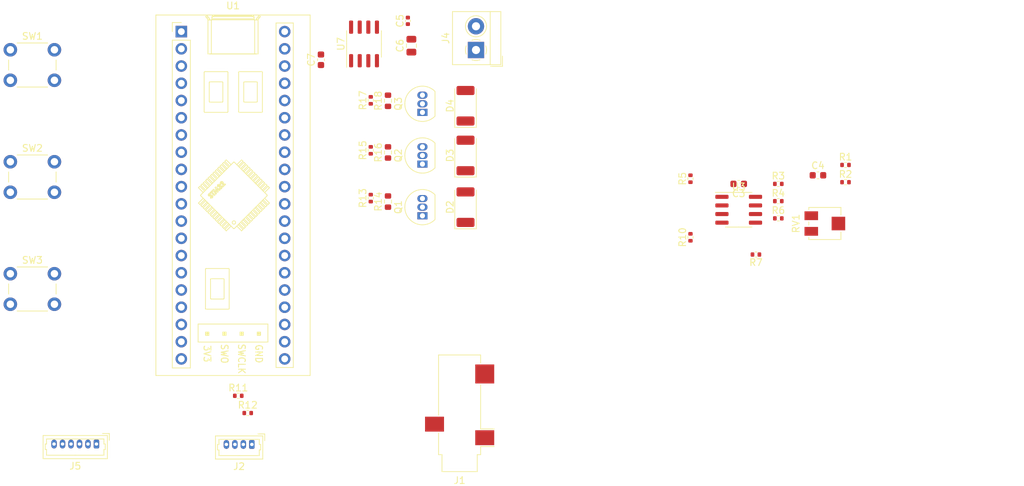
<source format=kicad_pcb>
(kicad_pcb (version 20221018) (generator pcbnew)
  (layers (0 "F.Cu" signal) (31 "B.Cu" signal) (34 "B.Paste" user) (35 "F.Paste" user) (36 "B.SilkS" user "B.Silkscreen") (37 "F.SilkS" user "F.Silkscreen") (38 "B.Mask" user) (39 "F.Mask" user) (44 "Edge.Cuts" user))
  (net 0 "")
  (net 1 "Net-(U7-CAP+)")
  (net 2 "Net-(U7-CAP-)")
  (net 3 "GND")
  (net 4 "+5V")
  (net 5 "-5V")
  (net 6 "Net-(D2-K)")
  (net 7 "Net-(J2-Pin_1)")
  (net 8 "Net-(J2-Pin_2)")
  (net 9 "Net-(D3-K)")
  (net 10 "Net-(Q1-B)")
  (net 11 "Net-(D4-K)")
  (net 12 "+3.3V")
  (net 13 "Net-(Q2-B)")
  (net 14 "Net-(Q3-B)")
  (net 15 "Net-(J1-PadR)")
  (net 16 "Net-(J1-PadS)")
  (net 18 "Net-(U3B--)")
  (net 19 "USART_TX")
  (net 20 "Net-(R3-Pad1)")
  (net 21 "USART_RX")
  (net 23 "Net-(Q1-E)")
  (net 24 "Net-(Q2-E)")
  (net 25 "Net-(Q3-E)")
  (net 26 "Net-(U3A--)")
  (net 27 "ADC_IN")
  (net 28 "Net-(R1-Pad2)")
  (net 29 "LED_1_R")
  (net 30 "LED_1_G")
  (net 31 "LED_1_B")
  (net 32 "LED_2_R")
  (net 33 "LED_2_G")
  (net 34 "LED_2_B")
  (net 35 "LED_3_R")
  (net 36 "LED_3_G")
  (net 37 "LED_3_B")
  (net 39 "BTN_A")
  (net 40 "BTN_B")
  (net 41 "BTN_C")
  (net 47 "I2C_SCL")
  (net 48 "I2C_SDA")
  (net 63 "Net-(R10-Pad2)")
  (footprint "Resistor_SMD:R_0402_1005Metric" (layer "F.Cu") (at 178.56 68.326)
    (fp_text reference "R3" (at 0 -1.17) (layer "F.SilkS"))
    (fp_text value "100k")
    (pad "1" smd roundrect (at -0.51 0) (size 0.54 0.64) (layers "F.Cu" "F.Paste" "F.Mask") (net 20 "Net-(R3-Pad1)"))
    (pad "2" smd roundrect (at 0.51 0) (size 0.54 0.64) (layers "F.Cu" "F.Paste" "F.Mask") (net 26 "Net-(U3A--)"))
  )
  (footprint "Connector_Molex:Molex_PicoBlade_53047-0410_1x04_P1.25mm_Vertical" (layer "F.Cu") (at 100.935 106.738 180)
    (fp_text reference "J2" (at 1.88 -3.25) (layer "F.SilkS"))
    (fp_text value "I2C_5V_01x04")
    (pad "1" thru_hole roundrect (at 0 0 180) (size 0.8 1.3) (drill 0.5) (layers "*.Cu" "*.Mask") (net 7 "Net-(J2-Pin_1)"))
    (pad "2" thru_hole oval (at 1.25 0 180) (size 0.8 1.3) (drill 0.5) (layers "*.Cu" "*.Mask") (net 8 "Net-(J2-Pin_2)"))
    (pad "3" thru_hole oval (at 2.5 0 180) (size 0.8 1.3) (drill 0.5) (layers "*.Cu" "*.Mask") (net 4 "+5V"))
    (pad "4" thru_hole oval (at 3.75 0 180) (size 0.8 1.3) (drill 0.5) (layers "*.Cu" "*.Mask") (net 3 "GND"))
  )
  (footprint "Resistor_SMD:R_0402_1005Metric" (layer "F.Cu") (at 118.47 63.375 90)
    (fp_text reference "R15" (at 0 -1.17 90) (layer "F.SilkS"))
    (fp_text value "10k")
    (pad "1" smd roundrect (at -0.51 0 90) (size 0.54 0.64) (layers "F.Cu" "F.Paste" "F.Mask") (net 30 "LED_1_G"))
    (pad "2" smd roundrect (at 0.51 0 90) (size 0.54 0.64) (layers "F.Cu" "F.Paste" "F.Mask") (net 13 "Net-(Q2-B)"))
  )
  (footprint "LED_SMD:LED_2010_5025Metric" (layer "F.Cu") (at 132.44 56.805 90)
    (fp_text reference "D4" (at 0 -2.28 90) (layer "F.SilkS"))
    (fp_text value "LED_B")
    (pad "1" smd roundrect (at -2.25 0 90) (size 1.35 2.65) (layers "F.Cu" "F.Paste" "F.Mask") (roundrect_rratio 0.185185) (net 11 "Net-(D4-K)"))
    (pad "2" smd roundrect (at 2.25 0 90) (size 1.35 2.65) (layers "F.Cu" "F.Paste" "F.Mask") (roundrect_rratio 0.185185) (net 12 "+3.3V"))
  )
  (footprint "Resistor_SMD:R_0402_1005Metric" (layer "F.Cu") (at 175.26 78.74 180)
    (fp_text reference "R7" (at 0 -1.17) (layer "F.SilkS"))
    (fp_text value "100k")
    (pad "1" smd roundrect (at -0.51 0 180) (size 0.54 0.64) (layers "F.Cu" "F.Paste" "F.Mask") (net 63 "Net-(R10-Pad2)"))
    (pad "2" smd roundrect (at 0.51 0 180) (size 0.54 0.64) (layers "F.Cu" "F.Paste" "F.Mask") (net 18 "Net-(U3B--)"))
  )
  (footprint "Resistor_SMD:R_0402_1005Metric" (layer "F.Cu") (at 100.33 102.108)
    (fp_text reference "R12" (at 0 -1.17) (layer "F.SilkS"))
    (fp_text value "10k")
    (pad "1" smd roundrect (at -0.51 0) (size 0.54 0.64) (layers "F.Cu" "F.Paste" "F.Mask") (net 4 "+5V"))
    (pad "2" smd roundrect (at 0.51 0) (size 0.54 0.64) (layers "F.Cu" "F.Paste" "F.Mask") (net 7 "Net-(J2-Pin_1)"))
  )
  (footprint "Connector_Molex:Molex_PicoBlade_53047-0610_1x06_P1.25mm_Vertical" (layer "F.Cu") (at 78.025 106.68 180)
    (fp_text reference "J5" (at 3.12 -3.25) (layer "F.SilkS"))
    (fp_text value "USART_Full_01x06")
    (pad "1" thru_hole roundrect (at 0 0 180) (size 0.8 1.3) (drill 0.5) (layers "*.Cu" "*.Mask"))
    (pad "2" thru_hole oval (at 1.25 0 180) (size 0.8 1.3) (drill 0.5) (layers "*.Cu" "*.Mask") (net 19 "USART_TX"))
    (pad "3" thru_hole oval (at 2.5 0 180) (size 0.8 1.3) (drill 0.5) (layers "*.Cu" "*.Mask") (net 21 "USART_RX"))
    (pad "4" thru_hole oval (at 3.75 0 180) (size 0.8 1.3) (drill 0.5) (layers "*.Cu" "*.Mask") (net 12 "+3.3V"))
    (pad "5" thru_hole oval (at 5 0 180) (size 0.8 1.3) (drill 0.5) (layers "*.Cu" "*.Mask"))
    (pad "6" thru_hole oval (at 6.25 0 180) (size 0.8 1.3) (drill 0.5) (layers "*.Cu" "*.Mask") (net 3 "GND"))
  )
  (footprint "Package_SO:SOIC-8_3.9x4.9mm_P1.27mm" (layer "F.Cu") (at 172.72 72.136)
    (fp_text reference "U3" (at 0 -3.4) (layer "F.SilkS"))
    (fp_text value "LM358")
    (pad "1" smd roundrect (at -2.475 -1.905) (size 1.95 0.6) (layers "F.Cu" "F.Paste" "F.Mask") (net 27 "ADC_IN"))
    (pad "2" smd roundrect (at -2.475 -0.635) (size 1.95 0.6) (layers "F.Cu" "F.Paste" "F.Mask") (net 26 "Net-(U3A--)"))
    (pad "3" smd roundrect (at -2.475 0.635) (size 1.95 0.6) (layers "F.Cu" "F.Paste" "F.Mask") (net 3 "GND"))
    (pad "4" smd roundrect (at -2.475 1.905) (size 1.95 0.6) (layers "F.Cu" "F.Paste" "F.Mask") (net 4 "+5V"))
    (pad "5" smd roundrect (at 2.475 1.905) (size 1.95 0.6) (layers "F.Cu" "F.Paste" "F.Mask") (net 3 "GND"))
    (pad "6" smd roundrect (at 2.475 0.635) (size 1.95 0.6) (layers "F.Cu" "F.Paste" "F.Mask") (net 18 "Net-(U3B--)"))
    (pad "7" smd roundrect (at 2.475 -0.635) (size 1.95 0.6) (layers "F.Cu" "F.Paste" "F.Mask") (net 20 "Net-(R3-Pad1)"))
    (pad "8" smd roundrect (at 2.475 -1.905) (size 1.95 0.6) (layers "F.Cu" "F.Paste" "F.Mask") (net 5 "-5V"))
  )
  (footprint "STM32-Devboards:BlackPill_F401CCU6" (layer "F.Cu") (at 90.54 45.87)
    (fp_text reference "U1" (at 7.62 -3.81) (layer "F.SilkS"))
    (fp_text value "BlackPill_F401CCU6_SORTED" hide)
    (fp_text user "GND" (at 11.43 47.498 270 unlocked) (layer "F.SilkS") (effects (font (size 1 0.9))))
    (fp_text user "3V3" (at 3.81 47.498 270 unlocked) (layer "F.SilkS") (effects (font (size 1 0.9))))
    (fp_text user "SWCLK" (at 8.89 48.26 270 unlocked) (layer "F.SilkS") (effects (font (size 1 0.9))))
    (fp_text user "SWO" (at 6.35 47.498 270 unlocked) (layer "F.SilkS") (effects (font (size 1 0.9))))
    (pad "1" thru_hole rect (at 0 0) (size 1.7 1.7) (drill 1) (layers "*.Cu" "*.Mask") (net 39 "BTN_A"))
    (pad "2" thru_hole circle (at 0 2.54) (size 1.7 1.7) (drill 1) (layers "*.Cu" "*.Mask") (net 40 "BTN_B"))
    (pad "3" thru_hole circle (at 0 5.08) (size 1.7 1.7) (drill 1) (layers "*.Cu" "*.Mask") (net 41 "BTN_C"))
    (pad "4" thru_hole circle (at 0 7.62) (size 1.7 1.7) (drill 1) (layers "*.Cu" "*.Mask"))
    (pad "5" thru_hole circle (at 0 10.16) (size 1.7 1.7) (drill 1) (layers "*.Cu" "*.Mask"))
    (pad "6" thru_hole circle (at 0 12.7) (size 1.7 1.7) (drill 1) (layers "*.Cu" "*.Mask") (net 19 "USART_TX"))
    (pad "7" thru_hole circle (at 0 15.24) (size 1.7 1.7) (drill 1) (layers "*.Cu" "*.Mask") (net 21 "USART_RX"))
    (pad "8" thru_hole circle (at 0 17.78) (size 1.7 1.7) (drill 1) (layers "*.Cu" "*.Mask"))
    (pad "9" thru_hole circle (at 0 20.32) (size 1.7 1.7) (drill 1) (layers "*.Cu" "*.Mask"))
    (pad "10" thru_hole circle (at 0 22.86) (size 1.7 1.7) (drill 1) (layers "*.Cu" "*.Mask") (net 32 "LED_2_R"))
    (pad "11" thru_hole circle (at 0 25.4) (size 1.7 1.7) (drill 1) (layers "*.Cu" "*.Mask") (net 33 "LED_2_G"))
    (pad "12" thru_hole circle (at 0 27.94) (size 1.7 1.7) (drill 1) (layers "*.Cu" "*.Mask") (net 35 "LED_3_R"))
    (pad "13" thru_hole circle (at 0 30.48) (size 1.7 1.7) (drill 1) (layers "*.Cu" "*.Mask") (net 36 "LED_3_G"))
    (pad "14" thru_hole circle (at 0 33.02) (size 1.7 1.7) (drill 1) (layers "*.Cu" "*.Mask") (net 37 "LED_3_B"))
    (pad "15" thru_hole circle (at 0 35.56) (size 1.7 1.7) (drill 1) (layers "*.Cu" "*.Mask"))
    (pad "16" thru_hole circle (at 0 38.1) (size 1.7 1.7) (drill 1) (layers "*.Cu" "*.Mask") (net 47 "I2C_SCL"))
    (pad "17" thru_hole circle (at 0 40.64) (size 1.7 1.7) (drill 1) (layers "*.Cu" "*.Mask") (net 48 "I2C_SDA"))
    (pad "18" thru_hole circle (at 0 43.18) (size 1.7 1.7) (drill 1) (layers "*.Cu" "*.Mask") (net 4 "+5V"))
    (pad "19" thru_hole circle (at 0 45.72) (size 1.7 1.7) (drill 1) (layers "*.Cu" "*.Mask") (net 3 "GND"))
    (pad "20" thru_hole circle (at 0 48.26) (size 1.7 1.7) (drill 1) (layers "*.Cu" "*.Mask") (net 12 "+3.3V"))
    (pad "21" thru_hole circle (at 15.24 48.26) (size 1.7 1.7) (drill 1) (layers "*.Cu" "*.Mask") (net 12 "+3.3V"))
    (pad "22" thru_hole circle (at 15.24 45.72) (size 1.7 1.7) (drill 1) (layers "*.Cu" "*.Mask"))
    (pad "23" thru_hole circle (at 15.24 43.18) (size 1.7 1.7) (drill 1) (layers "*.Cu" "*.Mask"))
    (pad "24" thru_hole circle (at 15.24 40.64) (size 1.7 1.7) (drill 1) (layers "*.Cu" "*.Mask"))
    (pad "25" thru_hole circle (at 15.24 38.1) (size 1.7 1.7) (drill 1) (layers "*.Cu" "*.Mask"))
    (pad "26" thru_hole circle (at 15.24 35.56) (size 1.7 1.7) (drill 1) (layers "*.Cu" "*.Mask"))
    (pad "27" thru_hole circle (at 15.24 33.02) (size 1.7 1.7) (drill 1) (layers "*.Cu" "*.Mask"))
    (pad "28" thru_hole circle (at 15.24 30.48) (size 1.7 1.7) (drill 1) (layers "*.Cu" "*.Mask") (net 27 "ADC_IN"))
    (pad "29" thru_hole circle (at 15.24 27.94) (size 1.7 1.7) (drill 1) (layers "*.Cu" "*.Mask") (net 29 "LED_1_R"))
    (pad "30" thru_hole circle (at 15.24 25.4) (size 1.7 1.7) (drill 1) (layers "*.Cu" "*.Mask"))
    (pad "31" thru_hole circle (at 15.24 22.86) (size 1.7 1.7) (drill 1) (layers "*.Cu" "*.Mask"))
    (pad "32" thru_hole circle (at 15.24 20.32) (size 1.7 1.7) (drill 1) (layers "*.Cu" "*.Mask"))
    (pad "33" thru_hole circle (at 15.24 17.78) (size 1.7 1.7) (drill 1) (layers "*.Cu" "*.Mask"))
    (pad "34" thru_hole circle (at 15.24 15.24) (size 1.7 1.7) (drill 1) (layers "*.Cu" "*.Mask") (net 30 "LED_1_G"))
    (pad "35" thru_hole circle (at 15.24 12.7) (size 1.7 1.7) (drill 1) (layers "*.Cu" "*.Mask") (net 31 "LED_1_B"))
    (pad "36" thru_hole circle (at 15.24 10.16) (size 1.7 1.7) (drill 1) (layers "*.Cu" "*.Mask"))
    (pad "37" thru_hole circle (at 15.24 7.62) (size 1.7 1.7) (drill 1) (layers "*.Cu" "*.Mask") (net 34 "LED_2_B"))
    (pad "38" thru_hole circle (at 15.24 5.08) (size 1.7 1.7) (drill 1) (layers "*.Cu" "*.Mask") (net 12 "+3.3V"))
    (pad "39" thru_hole circle (at 15.24 2.54) (size 1.7 1.7) (drill 1) (layers "*.Cu" "*.Mask") (net 3 "GND"))
    (pad "40" thru_hole circle (at 15.24 0) (size 1.7 1.7) (drill 1) (layers "*.Cu" "*.Mask") (net 4 "+5V"))
  )
  (footprint "Resistor_SMD:R_0402_1005Metric" (layer "F.Cu") (at 165.608 67.564 90)
    (fp_text reference "R5" (at 0 -1.17 90) (layer "F.SilkS"))
    (fp_text value "100k")
    (pad "1" smd roundrect (at -0.51 0 90) (size 0.54 0.64) (layers "F.Cu" "F.Paste" "F.Mask") (net 63 "Net-(R10-Pad2)"))
    (pad "2" smd roundrect (at 0.51 0 90) (size 0.54 0.64) (layers "F.Cu" "F.Paste" "F.Mask") (net 3 "GND"))
  )
  (footprint "Package_TO_SOT_THT:TO-92_Inline" (layer "F.Cu") (at 126.09 57.785 90)
    (fp_text reference "Q3" (at 1.27 -3.56 90) (layer "F.SilkS"))
    (fp_text value "BC337")
    (pad "1" thru_hole rect (at 0 0 90) (size 1.05 1.5) (drill 0.75) (layers "*.Cu" "*.Mask") (net 11 "Net-(D4-K)"))
    (pad "2" thru_hole oval (at 1.27 0 90) (size 1.05 1.5) (drill 0.75) (layers "*.Cu" "*.Mask") (net 14 "Net-(Q3-B)"))
    (pad "3" thru_hole oval (at 2.54 0 90) (size 1.05 1.5) (drill 0.75) (layers "*.Cu" "*.Mask") (net 25 "Net-(Q3-E)"))
  )
  (footprint "Capacitor_SMD:C_0805_2012Metric" (layer "F.Cu") (at 124.46 47.945 90)
    (fp_text reference "C6" (at 0 -1.68 90) (layer "F.SilkS"))
    (fp_text value "10uF")
    (pad "1" smd roundrect (at -0.95 0 90) (size 1 1.45) (layers "F.Cu" "F.Paste" "F.Mask") (net 3 "GND"))
    (pad "2" smd roundrect (at 0.95 0 90) (size 1 1.45) (layers "F.Cu" "F.Paste" "F.Mask") (net 5 "-5V"))
  )
  (footprint "Capacitor_SMD:C_0402_1005Metric" (layer "F.Cu") (at 123.94 44.285 90)
    (fp_text reference "C5" (at 0 -1.16 90) (layer "F.SilkS"))
    (fp_text value "10uF")
    (pad "1" smd roundrect (at -0.48 0 90) (size 0.56 0.62) (layers "F.Cu" "F.Paste" "F.Mask") (net 1 "Net-(U7-CAP+)"))
    (pad "2" smd roundrect (at 0.48 0 90) (size 0.56 0.62) (layers "F.Cu" "F.Paste" "F.Mask") (net 2 "Net-(U7-CAP-)"))
  )
  (footprint "Package_TO_SOT_THT:TO-92_Inline" (layer "F.Cu") (at 126.09 65.405 90)
    (fp_text reference "Q2" (at 1.27 -3.56 90) (layer "F.SilkS"))
    (fp_text value "BC337")
    (pad "1" thru_hole rect (at 0 0 90) (size 1.05 1.5) (drill 0.75) (layers "*.Cu" "*.Mask") (net 9 "Net-(D3-K)"))
    (pad "2" thru_hole oval (at 1.27 0 90) (size 1.05 1.5) (drill 0.75) (layers "*.Cu" "*.Mask") (net 13 "Net-(Q2-B)"))
    (pad "3" thru_hole oval (at 2.54 0 90) (size 1.05 1.5) (drill 0.75) (layers "*.Cu" "*.Mask") (net 24 "Net-(Q2-E)"))
  )
  (footprint "Resistor_SMD:R_0603_1608Metric" (layer "F.Cu") (at 121.01 63.69 90)
    (fp_text reference "R16" (at 0 -1.43 90) (layer "F.SilkS"))
    (fp_text value "30R")
    (pad "1" smd roundrect (at -0.825 0 90) (size 0.8 0.95) (layers "F.Cu" "F.Paste" "F.Mask") (net 3 "GND"))
    (pad "2" smd roundrect (at 0.825 0 90) (size 0.8 0.95) (layers "F.Cu" "F.Paste" "F.Mask") (net 24 "Net-(Q2-E)"))
  )
  (footprint "Resistor_SMD:R_0402_1005Metric" (layer "F.Cu") (at 188.466 68.072)
    (fp_text reference "R2" (at 0 -1.17) (layer "F.SilkS"))
    (fp_text value "50k")
    (pad "1" smd roundrect (at -0.51 0) (size 0.54 0.64) (layers "F.Cu" "F.Paste" "F.Mask") (net 15 "Net-(J1-PadR)"))
    (pad "2" smd roundrect (at 0.51 0) (size 0.54 0.64) (layers "F.Cu" "F.Paste" "F.Mask") (net 28 "Net-(R1-Pad2)"))
  )
  (footprint "Resistor_SMD:R_0402_1005Metric" (layer "F.Cu") (at 178.56 73.406)
    (fp_text reference "R6" (at 0 -1.17) (layer "F.SilkS"))
    (fp_text value "100k")
    (pad "1" smd roundrect (at -0.51 0) (size 0.54 0.64) (layers "F.Cu" "F.Paste" "F.Mask") (net 26 "Net-(U3A--)"))
    (pad "2" smd roundrect (at 0.51 0) (size 0.54 0.64) (layers "F.Cu" "F.Paste" "F.Mask") (net 27 "ADC_IN"))
  )
  (footprint "Package_TO_SOT_THT:TO-92_Inline" (layer "F.Cu") (at 126.09 73.025 90)
    (fp_text reference "Q1" (at 1.27 -3.56 90) (layer "F.SilkS"))
    (fp_text value "BC337")
    (pad "1" thru_hole rect (at 0 0 90) (size 1.05 1.5) (drill 0.75) (layers "*.Cu" "*.Mask") (net 6 "Net-(D2-K)"))
    (pad "2" thru_hole oval (at 1.27 0 90) (size 1.05 1.5) (drill 0.75) (layers "*.Cu" "*.Mask") (net 10 "Net-(Q1-B)"))
    (pad "3" thru_hole oval (at 2.54 0 90) (size 1.05 1.5) (drill 0.75) (layers "*.Cu" "*.Mask") (net 23 "Net-(Q1-E)"))
  )
  (footprint "Capacitor_SMD:C_0603_1608Metric" (layer "F.Cu") (at 184.404 67.056)
    (fp_text reference "C4" (at 0 -1.43) (layer "F.SilkS"))
    (fp_text value "10u")
    (pad "1" smd roundrect (at -0.775 0) (size 0.9 0.95) (layers "F.Cu" "F.Paste" "F.Mask") (net 5 "-5V"))
    (pad "2" smd roundrect (at 0.775 0) (size 0.9 0.95) (layers "F.Cu" "F.Paste" "F.Mask") (net 4 "+5V"))
  )
  (footprint "Capacitor_SMD:C_0603_1608Metric" (layer "F.Cu") (at 172.72 68.326 180)
    (fp_text reference "C3" (at 0 -1.43) (layer "F.SilkS"))
    (fp_text value "100n")
    (pad "1" smd roundrect (at -0.775 0 180) (size 0.9 0.95) (layers "F.Cu" "F.Paste" "F.Mask") (net 5 "-5V"))
    (pad "2" smd roundrect (at 0.775 0 180) (size 0.9 0.95) (layers "F.Cu" "F.Paste" "F.Mask") (net 4 "+5V"))
  )
  (footprint "LED_SMD:LED_2010_5025Metric" (layer "F.Cu") (at 132.44 64.135 90)
    (fp_text reference "D3" (at 0 -2.28 90) (layer "F.SilkS"))
    (fp_text value "LED_G")
    (pad "1" smd roundrect (at -2.25 0 90) (size 1.35 2.65) (layers "F.Cu" "F.Paste" "F.Mask") (roundrect_rratio 0.185185) (net 9 "Net-(D3-K)"))
    (pad "2" smd roundrect (at 2.25 0 90) (size 1.35 2.65) (layers "F.Cu" "F.Paste" "F.Mask") (roundrect_rratio 0.185185) (net 12 "+3.3V"))
  )
  (footprint "LED_SMD:LED_2010_5025Metric" (layer "F.Cu") (at 132.44 71.755 90)
    (fp_text reference "D2" (at 0 -2.28 90) (layer "F.SilkS"))
    (fp_text value "LED_R")
    (pad "1" smd roundrect (at -2.25 0 90) (size 1.35 2.65) (layers "F.Cu" "F.Paste" "F.Mask") (roundrect_rratio 0.185185) (net 6 "Net-(D2-K)"))
    (pad "2" smd roundrect (at 2.25 0 90) (size 1.35 2.65) (layers "F.Cu" "F.Paste" "F.Mask") (roundrect_rratio 0.185185) (net 12 "+3.3V"))
  )
  (footprint "Button_Switch_THT:SW_PUSH_6mm" (layer "F.Cu") (at 65.33 65.06)
    (fp_text reference "SW2" (at 3.25 -2) (layer "F.SilkS"))
    (fp_text value "BTN_B")
    (pad "1" thru_hole circle (at 0 0 90) (size 2 2) (drill 1.1) (layers "*.Cu" "*.Mask") (net 40 "BTN_B"))
    (pad "1" thru_hole circle (at 6.5 0 90) (size 2 2) (drill 1.1) (layers "*.Cu" "*.Mask") (net 40 "BTN_B"))
    (pad "2" thru_hole circle (at 0 4.5 90) (size 2 2) (drill 1.1) (layers "*.Cu" "*.Mask") (net 3 "GND"))
    (pad "2" thru_hole circle (at 6.5 4.5 90) (size 2 2) (drill 1.1) (layers "*.Cu" "*.Mask") (net 3 "GND"))
  )
  (footprint "Resistor_SMD:R_0603_1608Metric" (layer "F.Cu") (at 121.01 70.93 90)
    (fp_text reference "R14" (at 0 -1.43 90) (layer "F.SilkS"))
    (fp_text value "120R")
    (pad "1" smd roundrect (at -0.825 0 90) (size 0.8 0.95) (layers "F.Cu" "F.Paste" "F.Mask") (net 3 "GND"))
    (pad "2" smd roundrect (at 0.825 0 90) (size 0.8 0.95) (layers "F.Cu" "F.Paste" "F.Mask") (net 23 "Net-(Q1-E)"))
  )
  (footprint "Resistor_SMD:R_0402_1005Metric" (layer "F.Cu") (at 178.56 70.866)
    (fp_text reference "R4" (at 0 -1.17) (layer "F.SilkS"))
    (fp_text value "100k")
    (pad "1" smd roundrect (at -0.51 0) (size 0.54 0.64) (layers "F.Cu" "F.Paste" "F.Mask") (net 18 "Net-(U3B--)"))
    (pad "2" smd roundrect (at 0.51 0) (size 0.54 0.64) (layers "F.Cu" "F.Paste" "F.Mask") (net 20 "Net-(R3-Pad1)"))
  )
  (footprint "Resistor_SMD:R_0603_1608Metric" (layer "F.Cu") (at 121.01 56.07 90)
    (fp_text reference "R18" (at 0 -1.43 90) (layer "F.SilkS"))
    (fp_text value "30R")
    (pad "1" smd roundrect (at -0.825 0 90) (size 0.8 0.95) (layers "F.Cu" "F.Paste" "F.Mask") (net 3 "GND"))
    (pad "2" smd roundrect (at 0.825 0 90) (size 0.8 0.95) (layers "F.Cu" "F.Paste" "F.Mask") (net 25 "Net-(Q3-E)"))
  )
  (footprint "Connector_Audio:Jack_3.5mm_CUI_SJ-3523-SMT_Horizontal" (layer "F.Cu") (at 131.572 102.148 180)
    (fp_text reference "J1" (at 0 -9.9) (layer "F.SilkS"))
    (fp_text value "AudioJack3")
    (pad "" np_thru_hole circle (at 0 -2.5 180) (size 1.7 1.7) (drill 1.7) (layers "*.Cu" "*.Mask"))
    (pad "" np_thru_hole circle (at 0 4.5 180) (size 1.7 1.7) (drill 1.7) (layers "*.Cu" "*.Mask"))
    (pad "R" smd rect (at 3.7 -1.6 180) (size 2.8 2.2) (layers "F.Cu" "F.Paste" "F.Mask") (net 15 "Net-(J1-PadR)"))
    (pad "S" smd rect (at -3.7 -3.6 180) (size 2.8 2.2) (layers "F.Cu" "F.Paste" "F.Mask") (net 16 "Net-(J1-PadS)"))
    (pad "T" smd rect (at -3.7 5.8 180) (size 2.8 2.8) (layers "F.Cu" "F.Paste" "F.Mask") (net 3 "GND"))
  )
  (footprint "Potentiometer_SMD:Potentiometer_Bourns_3314J_Vertical" (layer "F.Cu") (at 185.42 74.168 90)
    (fp_text reference "RV1" (at 0 -4.25 90) (layer "F.SilkS"))
    (fp_text value "100k")
    (pad "1" smd rect (at 1.15 -2 90) (size 1.3 2) (layers "F.Cu" "F.Paste" "F.Mask") (net 28 "Net-(R1-Pad2)"))
    (pad "2" smd rect (at 0 2 90) (size 2 2) (layers "F.Cu" "F.Paste" "F.Mask"))
    (pad "3" smd rect (at -1.15 -2 90) (size 1.3 2) (layers "F.Cu" "F.Paste" "F.Mask") (net 18 "Net-(U3B--)"))
  )
  (footprint "Resistor_SMD:R_0402_1005Metric" (layer "F.Cu") (at 118.47 56.005 90)
    (fp_text reference "R17" (at 0 -1.17 90) (layer "F.SilkS"))
    (fp_text value "10k")
    (pad "1" smd roundrect (at -0.51 0 90) (size 0.54 0.64) (layers "F.Cu" "F.Paste" "F.Mask") (net 31 "LED_1_B"))
    (pad "2" smd roundrect (at 0.51 0 90) (size 0.54 0.64) (layers "F.Cu" "F.Paste" "F.Mask") (net 14 "Net-(Q3-B)"))
  )
  (footprint "Package_SO:SOIC-8_3.9x4.9mm_P1.27mm" (layer "F.Cu") (at 117.475 47.69 90)
    (fp_text reference "U7" (at 0 -3.4 90) (layer "F.SilkS"))
    (fp_text value "ICL7660")
    (pad "1" smd roundrect (at -2.475 -1.905 90) (size 1.95 0.6) (layers "F.Cu" "F.Paste" "F.Mask"))
    (pad "2" smd roundrect (at -2.475 -0.635 90) (size 1.95 0.6) (layers "F.Cu" "F.Paste" "F.Mask") (net 1 "Net-(U7-CAP+)"))
    (pad "3" smd roundrect (at -2.475 0.635 90) (size 1.95 0.6) (layers "F.Cu" "F.Paste" "F.Mask") (net 3 "GND"))
    (pad "4" smd roundrect (at -2.475 1.905 90) (size 1.95 0.6) (layers "F.Cu" "F.Paste" "F.Mask") (net 2 "Net-(U7-CAP-)"))
    (pad "5" smd roundrect (at 2.475 1.905 90) (size 1.95 0.6) (layers "F.Cu" "F.Paste" "F.Mask") (net 5 "-5V"))
    (pad "6" smd roundrect (at 2.475 0.635 90) (size 1.95 0.6) (layers "F.Cu" "F.Paste" "F.Mask"))
    (pad "7" smd roundrect (at 2.475 -0.635 90) (size 1.95 0.6) (layers "F.Cu" "F.Paste" "F.Mask"))
    (pad "8" smd roundrect (at 2.475 -1.905 90) (size 1.95 0.6) (layers "F.Cu" "F.Paste" "F.Mask") (net 4 "+5V"))
  )
  (footprint "Resistor_SMD:R_0402_1005Metric" (layer "F.Cu") (at 118.47 70.42 90)
    (fp_text reference "R13" (at 0 -1.17 90) (layer "F.SilkS"))
    (fp_text value "10k")
    (pad "1" smd roundrect (at -0.51 0 90) (size 0.54 0.64) (layers "F.Cu" "F.Paste" "F.Mask") (net 29 "LED_1_R"))
    (pad "2" smd roundrect (at 0.51 0 90) (size 0.54 0.64) (layers "F.Cu" "F.Paste" "F.Mask") (net 10 "Net-(Q1-B)"))
  )
  (footprint "Resistor_SMD:R_0402_1005Metric" (layer "F.Cu") (at 188.466 65.532)
    (fp_text reference "R1" (at 0 -1.17) (layer "F.SilkS"))
    (fp_text value "50k")
    (pad "1" smd roundrect (at -0.51 0) (size 0.54 0.64) (layers "F.Cu" "F.Paste" "F.Mask") (net 16 "Net-(J1-PadS)"))
    (pad "2" smd roundrect (at 0.51 0) (size 0.54 0.64) (layers "F.Cu" "F.Paste" "F.Mask") (net 28 "Net-(R1-Pad2)"))
  )
  (footprint "Button_Switch_THT:SW_PUSH_6mm" (layer "F.Cu") (at 65.33 81.57)
    (fp_text reference "SW3" (at 3.25 -2) (layer "F.SilkS"))
    (fp_text value "BTN_C")
    (pad "1" thru_hole circle (at 0 0 90) (size 2 2) (drill 1.1) (layers "*.Cu" "*.Mask") (net 41 "BTN_C"))
    (pad "1" thru_hole circle (at 6.5 0 90) (size 2 2) (drill 1.1) (layers "*.Cu" "*.Mask") (net 41 "BTN_C"))
    (pad "2" thru_hole circle (at 0 4.5 90) (size 2 2) (drill 1.1) (layers "*.Cu" "*.Mask") (net 3 "GND"))
    (pad "2" thru_hole circle (at 6.5 4.5 90) (size 2 2) (drill 1.1) (layers "*.Cu" "*.Mask") (net 3 "GND"))
  )
  (footprint "Resistor_SMD:R_0402_1005Metric" (layer "F.Cu") (at 165.608 76.2 90)
    (fp_text reference "R10" (at 0 -1.17 90) (layer "F.SilkS"))
    (fp_text value "100k")
    (pad "1" smd roundrect (at -0.51 0 90) (size 0.54 0.64) (layers "F.Cu" "F.Paste" "F.Mask") (net 12 "+3.3V"))
    (pad "2" smd roundrect (at 0.51 0 90) (size 0.54 0.64) (layers "F.Cu" "F.Paste" "F.Mask") (net 63 "Net-(R10-Pad2)"))
  )
  (footprint "Resistor_SMD:R_0402_1005Metric" (layer "F.Cu") (at 98.935 99.568)
    (fp_text reference "R11" (at 0 -1.17) (layer "F.SilkS"))
    (fp_text value "10k")
    (pad "1" smd roundrect (at -0.51 0) (size 0.54 0.64) (layers "F.Cu" "F.Paste" "F.Mask") (net 4 "+5V"))
    (pad "2" smd roundrect (at 0.51 0) (size 0.54 0.64) (layers "F.Cu" "F.Paste" "F.Mask") (net 8 "Net-(J2-Pin_2)"))
  )
  (footprint "TerminalBlock_4Ucon:TerminalBlock_4Ucon_1x02_P3.50mm_Horizontal" (layer "F.Cu") (at 133.985 48.585 90)
    (fp_text reference "J4" (at 1.75 -4.46 90) (layer "F.SilkS"))
    (fp_text value "Screw_Terminal_01x02")
    (pad "1" thru_hole rect (at 0 0 90) (size 2.4 2.4) (drill 1.2) (layers "*.Cu" "*.Mask") (net 4 "+5V"))
    (pad "2" thru_hole circle (at 3.5 0 90) (size 2.4 2.4) (drill 1.2) (layers "*.Cu" "*.Mask") (net 3 "GND"))
  )
  (footprint "Button_Switch_THT:SW_PUSH_6mm" (layer "F.Cu") (at 65.33 48.55)
    (fp_text reference "SW1" (at 3.25 -2) (layer "F.SilkS"))
    (fp_text value "BTN_A")
    (pad "1" thru_hole circle (at 0 0 90) (size 2 2) (drill 1.1) (layers "*.Cu" "*.Mask") (net 39 "BTN_A"))
    (pad "1" thru_hole circle (at 6.5 0 90) (size 2 2) (drill 1.1) (layers "*.Cu" "*.Mask") (net 39 "BTN_A"))
    (pad "2" thru_hole circle (at 0 4.5 90) (size 2 2) (drill 1.1) (layers "*.Cu" "*.Mask") (net 3 "GND"))
    (pad "2" thru_hole circle (at 6.5 4.5 90) (size 2 2) (drill 1.1) (layers "*.Cu" "*.Mask") (net 3 "GND"))
  )
  (footprint "Capacitor_SMD:C_0603_1608Metric" (layer "F.Cu") (at 111.125 50.025 90)
    (fp_text reference "C7" (at 0 -1.43 90) (layer "F.SilkS"))
    (fp_text value "10u")
    (pad "1" smd roundrect (at -0.775 0 90) (size 0.9 0.95) (layers "F.Cu" "F.Paste" "F.Mask") (net 12 "+3.3V"))
    (pad "2" smd roundrect (at 0.775 0 90) (size 0.9 0.95) (layers "F.Cu" "F.Paste" "F.Mask") (net 3 "GND"))
  )
)
</source>
